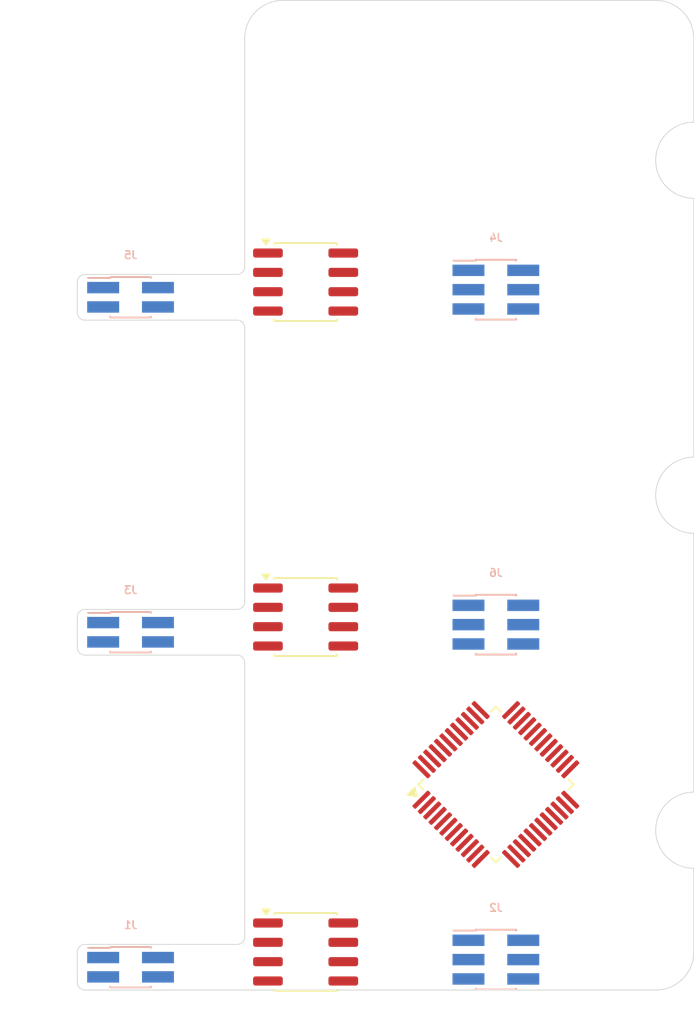
<source format=kicad_pcb>
(kicad_pcb (version 20241229) (generator "pcbnew") (generator_version "9.0")
  (layers (0 "F.Cu" signal) (4 "In1.Cu" power) (6 "In2.Cu" power) (2 "B.Cu" signal) (13 "F.Paste" user) (15 "B.Paste" user) (5 "F.SilkS" user "F.Silkscreen") (7 "B.SilkS" user "B.Silkscreen") (1 "F.Mask" user) (3 "B.Mask" user) (25 "Edge.Cuts" user))
  (net 0 "")
  (net 34 "Net-(U4-VSS-Pad23)")
  (footprint "Package_SO:SOIC-8_3.9x4.9mm_P1.27mm" (layer "F.Cu") (at 74.5 58)
    (property "Reference" "REF**" (hide yes))
    (property "Value" "SOIC-8_3.9x4.9mm_P1.27mm")
    (fp_line (start -2.06 -2.56) (end 2.06 -2.56) (stroke (width 0.12)) (layer "F.SilkS"))
    (fp_line (start -2.06 -2.465) (end -2.06 -2.56) (stroke (width 0.12)) (layer "F.SilkS"))
    (fp_line (start -2.06 2.56) (end -2.06 2.465) (stroke (width 0.12)) (layer "F.SilkS"))
    (fp_line (start 2.06 -2.56) (end 2.06 -2.465) (stroke (width 0.12)) (layer "F.SilkS"))
    (fp_line (start 2.06 2.465) (end 2.06 2.56) (stroke (width 0.12)) (layer "F.SilkS"))
    (fp_line (start 2.06 2.56) (end -2.06 2.56) (stroke (width 0.12)) (layer "F.SilkS"))
    (fp_poly (pts (xy -2.6 -2.47) (xy -2.84 -2.8) (xy -2.36 -2.8)) (stroke (width 0.12)) (fill yes) (layer "F.SilkS"))
    (pad "1" smd roundrect (at -2.475 -1.905) (size 1.95 0.6) (layers "F.Cu" "F.Mask" "F.Paste"))
    (pad "2" smd roundrect (at -2.475 -0.635) (size 1.95 0.6) (layers "F.Cu" "F.Mask" "F.Paste"))
    (pad "3" smd roundrect (at -2.475 0.635) (size 1.95 0.6) (layers "F.Cu" "F.Mask" "F.Paste"))
    (pad "4" smd roundrect (at -2.475 1.905) (size 1.95 0.6) (layers "F.Cu" "F.Mask" "F.Paste"))
    (pad "5" smd roundrect (at 2.475 1.905) (size 1.95 0.6) (layers "F.Cu" "F.Mask" "F.Paste"))
    (pad "6" smd roundrect (at 2.475 0.635) (size 1.95 0.6) (layers "F.Cu" "F.Mask" "F.Paste"))
    (pad "7" smd roundrect (at 2.475 -0.635) (size 1.95 0.6) (layers "F.Cu" "F.Mask" "F.Paste"))
    (pad "8" smd roundrect (at 2.475 -1.905) (size 1.95 0.6) (layers "F.Cu" "F.Mask" "F.Paste"))
  )
  (footprint "Package_SO:SOIC-8_3.9x4.9mm_P1.27mm" (layer "F.Cu") (at 74.5 36)
    (property "Reference" "REF**" (hide yes))
    (property "Value" "SOIC-8_3.9x4.9mm_P1.27mm")
    (fp_line (start -2.06 -2.56) (end 2.06 -2.56) (stroke (width 0.12)) (layer "F.SilkS"))
    (fp_line (start -2.06 -2.465) (end -2.06 -2.56) (stroke (width 0.12)) (layer "F.SilkS"))
    (fp_line (start -2.06 2.56) (end -2.06 2.465) (stroke (width 0.12)) (layer "F.SilkS"))
    (fp_line (start 2.06 -2.56) (end 2.06 -2.465) (stroke (width 0.12)) (layer "F.SilkS"))
    (fp_line (start 2.06 2.465) (end 2.06 2.56) (stroke (width 0.12)) (layer "F.SilkS"))
    (fp_line (start 2.06 2.56) (end -2.06 2.56) (stroke (width 0.12)) (layer "F.SilkS"))
    (fp_poly (pts (xy -2.6 -2.47) (xy -2.84 -2.8) (xy -2.36 -2.8)) (stroke (width 0.12)) (fill yes) (layer "F.SilkS"))
    (pad "1" smd roundrect (at -2.475 -1.905) (size 1.95 0.6) (layers "F.Cu" "F.Mask" "F.Paste"))
    (pad "2" smd roundrect (at -2.475 -0.635) (size 1.95 0.6) (layers "F.Cu" "F.Mask" "F.Paste"))
    (pad "3" smd roundrect (at -2.475 0.635) (size 1.95 0.6) (layers "F.Cu" "F.Mask" "F.Paste"))
    (pad "4" smd roundrect (at -2.475 1.905) (size 1.95 0.6) (layers "F.Cu" "F.Mask" "F.Paste"))
    (pad "5" smd roundrect (at 2.475 1.905) (size 1.95 0.6) (layers "F.Cu" "F.Mask" "F.Paste"))
    (pad "6" smd roundrect (at 2.475 0.635) (size 1.95 0.6) (layers "F.Cu" "F.Mask" "F.Paste"))
    (pad "7" smd roundrect (at 2.475 -0.635) (size 1.95 0.6) (layers "F.Cu" "F.Mask" "F.Paste"))
    (pad "8" smd roundrect (at 2.475 -1.905) (size 1.95 0.6) (layers "F.Cu" "F.Mask" "F.Paste"))
  )
  (footprint "Package_QFP:LQFP-48_7x7mm_P0.5mm" (layer "F.Cu") (at 87 69 45)
    (property "Reference" "U4" (hide yes))
    (property "Value" "STM32G431C6Tx")
    (fp_line (start -3.61 -3.61) (end -3.16 -3.61) (stroke (width 0.12)) (layer "F.SilkS"))
    (fp_line (start -3.61 -3.16) (end -3.61 -3.61) (stroke (width 0.12)) (layer "F.SilkS"))
    (fp_line (start 3.16 -3.61) (end 3.61 -3.61) (stroke (width 0.12)) (layer "F.SilkS"))
    (fp_line (start 3.61 -3.61) (end 3.61 -3.16) (stroke (width 0.12)) (layer "F.SilkS"))
    (fp_line (start -3.61 3.61) (end -3.61 3.16) (stroke (width 0.12)) (layer "F.SilkS"))
    (fp_line (start -3.16 3.61) (end -3.61 3.61) (stroke (width 0.12)) (layer "F.SilkS"))
    (fp_line (start 3.61 3.16) (end 3.61 3.61) (stroke (width 0.12)) (layer "F.SilkS"))
    (fp_line (start 3.61 3.61) (end 3.16 3.61) (stroke (width 0.12)) (layer "F.SilkS"))
    (fp_poly (pts (xy -4.25 -3.16) (xy -4.590001 -3.63) (xy -3.91 -3.63)) (stroke (width 0.12)) (fill yes) (layer "F.SilkS"))
    (pad "1" smd roundrect (at -4.1625 -2.75 45) (size 1.475 0.3) (layers "F.Cu" "F.Mask" "F.Paste"))
    (pad "2" smd roundrect (at -4.1625 -2.25 45) (size 1.475 0.3) (layers "F.Cu" "F.Mask" "F.Paste"))
    (pad "3" smd roundrect (at -4.1625 -1.75 45) (size 1.475 0.3) (layers "F.Cu" "F.Mask" "F.Paste"))
    (pad "4" smd roundrect (at -4.1625 -1.249999 45) (size 1.475 0.3) (layers "F.Cu" "F.Mask" "F.Paste"))
    (pad "5" smd roundrect (at -4.1625 -0.75 45) (size 1.475 0.3) (layers "F.Cu" "F.Mask" "F.Paste"))
    (pad "6" smd roundrect (at -4.1625 -0.25 45) (size 1.475 0.3) (layers "F.Cu" "F.Mask" "F.Paste"))
    (pad "7" smd roundrect (at -4.1625 0.25 45) (size 1.475 0.3) (layers "F.Cu" "F.Mask" "F.Paste"))
    (pad "8" smd roundrect (at -4.1625 0.75 45) (size 1.475 0.3) (layers "F.Cu" "F.Mask" "F.Paste"))
    (pad "9" smd roundrect (at -4.1625 1.249999 45) (size 1.475 0.3) (layers "F.Cu" "F.Mask" "F.Paste"))
    (pad "10" smd roundrect (at -4.1625 1.75 45) (size 1.475 0.3) (layers "F.Cu" "F.Mask" "F.Paste"))
    (pad "11" smd roundrect (at -4.1625 2.25 45) (size 1.475 0.3) (layers "F.Cu" "F.Mask" "F.Paste"))
    (pad "12" smd roundrect (at -4.1625 2.75 45) (size 1.475 0.3) (layers "F.Cu" "F.Mask" "F.Paste"))
    (pad "13" smd roundrect (at -2.75 4.1625 45) (size 0.3 1.475) (layers "F.Cu" "F.Mask" "F.Paste"))
    (pad "14" smd roundrect (at -2.25 4.1625 45) (size 0.3 1.475) (layers "F.Cu" "F.Mask" "F.Paste"))
    (pad "15" smd roundrect (at -1.75 4.1625 45) (size 0.3 1.475) (layers "F.Cu" "F.Mask" "F.Paste"))
    (pad "16" smd roundrect (at -1.249999 4.1625 45) (size 0.3 1.475) (layers "F.Cu" "F.Mask" "F.Paste"))
    (pad "17" smd roundrect (at -0.75 4.1625 45) (size 0.3 1.475) (layers "F.Cu" "F.Mask" "F.Paste"))
    (pad "18" smd roundrect (at -0.25 4.1625 45) (size 0.3 1.475) (layers "F.Cu" "F.Mask" "F.Paste"))
    (pad "19" smd roundrect (at 0.25 4.1625 45) (size 0.3 1.475) (layers "F.Cu" "F.Mask" "F.Paste"))
    (pad "20" smd roundrect (at 0.75 4.1625 45) (size 0.3 1.475) (layers "F.Cu" "F.Mask" "F.Paste"))
    (pad "21" smd roundrect (at 1.249999 4.1625 45) (size 0.3 1.475) (layers "F.Cu" "F.Mask" "F.Paste"))
    (pad "22" smd roundrect (at 1.75 4.1625 45) (size 0.3 1.475) (layers "F.Cu" "F.Mask" "F.Paste"))
    (pad "23" smd roundrect (at 2.25 4.1625 45) (size 0.3 1.475) (layers "F.Cu" "F.Mask" "F.Paste") (net 34 "Net-(U4-VSS-Pad23)"))
    (pad "24" smd roundrect (at 2.75 4.1625 45) (size 0.3 1.475) (layers "F.Cu" "F.Mask" "F.Paste"))
    (pad "25" smd roundrect (at 4.1625 2.75 45) (size 1.475 0.3) (layers "F.Cu" "F.Mask" "F.Paste"))
    (pad "26" smd roundrect (at 4.1625 2.25 45) (size 1.475 0.3) (layers "F.Cu" "F.Mask" "F.Paste"))
    (pad "27" smd roundrect (at 4.1625 1.75 45) (size 1.475 0.3) (layers "F.Cu" "F.Mask" "F.Paste"))
    (pad "28" smd roundrect (at 4.1625 1.249999 45) (size 1.475 0.3) (layers "F.Cu" "F.Mask" "F.Paste"))
    (pad "29" smd roundrect (at 4.1625 0.75 45) (size 1.475 0.3) (layers "F.Cu" "F.Mask" "F.Paste"))
    (pad "30" smd roundrect (at 4.1625 0.25 45) (size 1.475 0.3) (layers "F.Cu" "F.Mask" "F.Paste"))
    (pad "31" smd roundrect (at 4.1625 -0.25 45) (size 1.475 0.3) (layers "F.Cu" "F.Mask" "F.Paste"))
    (pad "32" smd roundrect (at 4.1625 -0.75 45) (size 1.475 0.3) (layers "F.Cu" "F.Mask" "F.Paste"))
    (pad "33" smd roundrect (at 4.1625 -1.249999 45) (size 1.475 0.3) (layers "F.Cu" "F.Mask" "F.Paste"))
    (pad "34" smd roundrect (at 4.1625 -1.75 45) (size 1.475 0.3) (layers "F.Cu" "F.Mask" "F.Paste"))
    (pad "35" smd roundrect (at 4.1625 -2.25 45) (size 1.475 0.3) (layers "F.Cu" "F.Mask" "F.Paste") (net 34 "Net-(U4-VSS-Pad23)"))
    (pad "36" smd roundrect (at 4.1625 -2.75 45) (size 1.475 0.3) (layers "F.Cu" "F.Mask" "F.Paste"))
    (pad "37" smd roundrect (at 2.75 -4.1625 45) (size 0.3 1.475) (layers "F.Cu" "F.Mask" "F.Paste"))
    (pad "38" smd roundrect (at 2.25 -4.1625 45) (size 0.3 1.475) (layers "F.Cu" "F.Mask" "F.Paste"))
    (pad "39" smd roundrect (at 1.75 -4.1625 45) (size 0.3 1.475) (layers "F.Cu" "F.Mask" "F.Paste"))
    (pad "40" smd roundrect (at 1.249999 -4.1625 45) (size 0.3 1.475) (layers "F.Cu" "F.Mask" "F.Paste"))
    (pad "41" smd roundrect (at 0.75 -4.1625 45) (size 0.3 1.475) (layers "F.Cu" "F.Mask" "F.Paste"))
    (pad "42" smd roundrect (at 0.25 -4.1625 45) (size 0.3 1.475) (layers "F.Cu" "F.Mask" "F.Paste"))
    (pad "43" smd roundrect (at -0.25 -4.1625 45) (size 0.3 1.475) (layers "F.Cu" "F.Mask" "F.Paste"))
    (pad "44" smd roundrect (at -0.75 -4.1625 45) (size 0.3 1.475) (layers "F.Cu" "F.Mask" "F.Paste"))
    (pad "45" smd roundrect (at -1.249999 -4.1625 45) (size 0.3 1.475) (layers "F.Cu" "F.Mask" "F.Paste"))
    (pad "46" smd roundrect (at -1.75 -4.1625 45) (size 0.3 1.475) (layers "F.Cu" "F.Mask" "F.Paste"))
    (pad "47" smd roundrect (at -2.25 -4.1625 45) (size 0.3 1.475) (layers "F.Cu" "F.Mask" "F.Paste") (net 34 "Net-(U4-VSS-Pad23)"))
    (pad "48" smd roundrect (at -2.75 -4.1625 45) (size 0.3 1.475) (layers "F.Cu" "F.Mask" "F.Paste"))
  )
  (footprint "Package_SO:SOIC-8_3.9x4.9mm_P1.27mm" (layer "F.Cu") (at 74.5 80)
    (property "Reference" "REF**" (hide yes))
    (property "Value" "SOIC-8_3.9x4.9mm_P1.27mm")
    (fp_line (start -2.06 -2.56) (end 2.06 -2.56) (stroke (width 0.12)) (layer "F.SilkS"))
    (fp_line (start -2.06 -2.465) (end -2.06 -2.56) (stroke (width 0.12)) (layer "F.SilkS"))
    (fp_line (start -2.06 2.56) (end -2.06 2.465) (stroke (width 0.12)) (layer "F.SilkS"))
    (fp_line (start 2.06 -2.56) (end 2.06 -2.465) (stroke (width 0.12)) (layer "F.SilkS"))
    (fp_line (start 2.06 2.465) (end 2.06 2.56) (stroke (width 0.12)) (layer "F.SilkS"))
    (fp_line (start 2.06 2.56) (end -2.06 2.56) (stroke (width 0.12)) (layer "F.SilkS"))
    (fp_poly (pts (xy -2.6 -2.47) (xy -2.84 -2.8) (xy -2.36 -2.8)) (stroke (width 0.12)) (fill yes) (layer "F.SilkS"))
    (pad "1" smd roundrect (at -2.475 -1.905) (size 1.95 0.6) (layers "F.Cu" "F.Mask" "F.Paste"))
    (pad "2" smd roundrect (at -2.475 -0.635) (size 1.95 0.6) (layers "F.Cu" "F.Mask" "F.Paste"))
    (pad "3" smd roundrect (at -2.475 0.635) (size 1.95 0.6) (layers "F.Cu" "F.Mask" "F.Paste"))
    (pad "4" smd roundrect (at -2.475 1.905) (size 1.95 0.6) (layers "F.Cu" "F.Mask" "F.Paste"))
    (pad "5" smd roundrect (at 2.475 1.905) (size 1.95 0.6) (layers "F.Cu" "F.Mask" "F.Paste"))
    (pad "6" smd roundrect (at 2.475 0.635) (size 1.95 0.6) (layers "F.Cu" "F.Mask" "F.Paste"))
    (pad "7" smd roundrect (at 2.475 -0.635) (size 1.95 0.6) (layers "F.Cu" "F.Mask" "F.Paste"))
    (pad "8" smd roundrect (at 2.475 -1.905) (size 1.95 0.6) (layers "F.Cu" "F.Mask" "F.Paste"))
  )
  (footprint "Connector_PinSocket_1.27mm:PinSocket_2x02_P1.27mm_Vertical_SMD" (layer "B.Cu") (at 63 81 180)
    (property "Reference" "J1" (at 0 2.77 0) (layer "B.SilkS") (effects (font (size 0.5 0.5) (thickness 0.1)) (justify mirror)))
    (property "Value" "Conn_02x02_Odd_Even")
    (fp_line (start 1.33 1.33) (end 1.33 1.27) (stroke (width 0.12)) (layer "B.SilkS"))
    (fp_line (start 1.33 1.27) (end 2.79 1.27) (stroke (width 0.12)) (layer "B.SilkS"))
    (fp_line (start 1.33 -1.27) (end 1.33 -1.33) (stroke (width 0.12)) (layer "B.SilkS"))
    (fp_line (start -1.33 1.33) (end 1.33 1.33) (stroke (width 0.12)) (layer "B.SilkS"))
    (fp_line (start -1.33 1.33) (end -1.33 1.27) (stroke (width 0.12)) (layer "B.SilkS"))
    (fp_line (start -1.33 -1.27) (end -1.33 -1.33) (stroke (width 0.12)) (layer "B.SilkS"))
    (fp_line (start -1.33 -1.33) (end 1.33 -1.33) (stroke (width 0.12)) (layer "B.SilkS"))
    (pad "1" smd rect (at 1.8 0.635 180) (size 2.1 0.75) (layers "B.Cu" "B.Mask" "B.Paste"))
    (pad "2" smd rect (at -1.8 0.635 180) (size 2.1 0.75) (layers "B.Cu" "B.Mask" "B.Paste"))
    (pad "3" smd rect (at 1.8 -0.635 180) (size 2.1 0.75) (layers "B.Cu" "B.Mask" "B.Paste"))
    (pad "4" smd rect (at -1.8 -0.635 180) (size 2.1 0.75) (layers "B.Cu" "B.Mask" "B.Paste"))
  )
  (footprint "Connector_PinSocket_1.27mm:PinSocket_2x02_P1.27mm_Vertical_SMD" (layer "B.Cu") (at 63 37 180)
    (property "Reference" "J5" (at 0 2.77 0) (layer "B.SilkS") (effects (font (size 0.5 0.5) (thickness 0.1)) (justify mirror)))
    (property "Value" "Conn_02x02_Odd_Even")
    (fp_line (start 1.33 1.33) (end 1.33 1.27) (stroke (width 0.12)) (layer "B.SilkS"))
    (fp_line (start 1.33 1.27) (end 2.79 1.27) (stroke (width 0.12)) (layer "B.SilkS"))
    (fp_line (start 1.33 -1.27) (end 1.33 -1.33) (stroke (width 0.12)) (layer "B.SilkS"))
    (fp_line (start -1.33 1.33) (end 1.33 1.33) (stroke (width 0.12)) (layer "B.SilkS"))
    (fp_line (start -1.33 1.33) (end -1.33 1.27) (stroke (width 0.12)) (layer "B.SilkS"))
    (fp_line (start -1.33 -1.27) (end -1.33 -1.33) (stroke (width 0.12)) (layer "B.SilkS"))
    (fp_line (start -1.33 -1.33) (end 1.33 -1.33) (stroke (width 0.12)) (layer "B.SilkS"))
    (pad "1" smd rect (at 1.8 0.635 180) (size 2.1 0.75) (layers "B.Cu" "B.Mask" "B.Paste"))
    (pad "2" smd rect (at -1.8 0.635 180) (size 2.1 0.75) (layers "B.Cu" "B.Mask" "B.Paste"))
    (pad "3" smd rect (at 1.8 -0.635 180) (size 2.1 0.75) (layers "B.Cu" "B.Mask" "B.Paste"))
    (pad "4" smd rect (at -1.8 -0.635 180) (size 2.1 0.75) (layers "B.Cu" "B.Mask" "B.Paste"))
  )
  (footprint "Connector_PinSocket_1.27mm:PinSocket_2x03_P1.27mm_Vertical_SMD" (layer "B.Cu") (at 87 36.5 180)
    (property "Reference" "J4" (at 0 3.405 0) (layer "B.SilkS") (effects (font (size 0.5 0.5) (thickness 0.1)) (justify mirror)))
    (property "Value" "Conn_02x03_Odd_Even")
    (fp_line (start 1.33 1.965) (end 1.33 1.905) (stroke (width 0.12)) (layer "B.SilkS"))
    (fp_line (start 1.33 1.905) (end 2.79 1.905) (stroke (width 0.12)) (layer "B.SilkS"))
    (fp_line (start 1.33 -1.905) (end 1.33 -1.965) (stroke (width 0.12)) (layer "B.SilkS"))
    (fp_line (start -1.33 1.965) (end 1.33 1.965) (stroke (width 0.12)) (layer "B.SilkS"))
    (fp_line (start -1.33 1.965) (end -1.33 1.905) (stroke (width 0.12)) (layer "B.SilkS"))
    (fp_line (start -1.33 -1.905) (end -1.33 -1.965) (stroke (width 0.12)) (layer "B.SilkS"))
    (fp_line (start -1.33 -1.965) (end 1.33 -1.965) (stroke (width 0.12)) (layer "B.SilkS"))
    (pad "1" smd rect (at 1.8 1.27 180) (size 2.1 0.75) (layers "B.Cu" "B.Mask" "B.Paste"))
    (pad "2" smd rect (at -1.8 1.27 180) (size 2.1 0.75) (layers "B.Cu" "B.Mask" "B.Paste"))
    (pad "3" smd rect (at 1.8 0 180) (size 2.1 0.75) (layers "B.Cu" "B.Mask" "B.Paste"))
    (pad "4" smd rect (at -1.8 0 180) (size 2.1 0.75) (layers "B.Cu" "B.Mask" "B.Paste"))
    (pad "5" smd rect (at 1.8 -1.27 180) (size 2.1 0.75) (layers "B.Cu" "B.Mask" "B.Paste"))
    (pad "6" smd rect (at -1.8 -1.27 180) (size 2.1 0.75) (layers "B.Cu" "B.Mask" "B.Paste"))
  )
  (footprint "Connector_PinSocket_1.27mm:PinSocket_2x03_P1.27mm_Vertical_SMD" (layer "B.Cu") (at 87 58.5 180)
    (property "Reference" "J6" (at 0 3.405 0) (layer "B.SilkS") (effects (font (size 0.5 0.5) (thickness 0.1)) (justify mirror)))
    (property "Value" "Conn_02x03_Odd_Even")
    (fp_line (start 1.33 1.965) (end 1.33 1.905) (stroke (width 0.12)) (layer "B.SilkS"))
    (fp_line (start 1.33 1.905) (end 2.79 1.905) (stroke (width 0.12)) (layer "B.SilkS"))
    (fp_line (start 1.33 -1.905) (end 1.33 -1.965) (stroke (width 0.12)) (layer "B.SilkS"))
    (fp_line (start -1.33 1.965) (end 1.33 1.965) (stroke (width 0.12)) (layer "B.SilkS"))
    (fp_line (start -1.33 1.965) (end -1.33 1.905) (stroke (width 0.12)) (layer "B.SilkS"))
    (fp_line (start -1.33 -1.905) (end -1.33 -1.965) (stroke (width 0.12)) (layer "B.SilkS"))
    (fp_line (start -1.33 -1.965) (end 1.33 -1.965) (stroke (width 0.12)) (layer "B.SilkS"))
    (pad "1" smd rect (at 1.8 1.27 180) (size 2.1 0.75) (layers "B.Cu" "B.Mask" "B.Paste"))
    (pad "2" smd rect (at -1.8 1.27 180) (size 2.1 0.75) (layers "B.Cu" "B.Mask" "B.Paste"))
    (pad "3" smd rect (at 1.8 0 180) (size 2.1 0.75) (layers "B.Cu" "B.Mask" "B.Paste"))
    (pad "4" smd rect (at -1.8 0 180) (size 2.1 0.75) (layers "B.Cu" "B.Mask" "B.Paste"))
    (pad "5" smd rect (at 1.8 -1.27 180) (size 2.1 0.75) (layers "B.Cu" "B.Mask" "B.Paste"))
    (pad "6" smd rect (at -1.8 -1.27 180) (size 2.1 0.75) (layers "B.Cu" "B.Mask" "B.Paste"))
  )
  (footprint "Connector_PinSocket_1.27mm:PinSocket_2x03_P1.27mm_Vertical_SMD" (layer "B.Cu") (at 87 80.5 180)
    (property "Reference" "J2" (at 0 3.405 0) (layer "B.SilkS") (effects (font (size 0.5 0.5) (thickness 0.1)) (justify mirror)))
    (property "Value" "Conn_02x03_Odd_Even")
    (fp_line (start 1.33 1.965) (end 1.33 1.905) (stroke (width 0.12)) (layer "B.SilkS"))
    (fp_line (start 1.33 1.905) (end 2.79 1.905) (stroke (width 0.12)) (layer "B.SilkS"))
    (fp_line (start 1.33 -1.905) (end 1.33 -1.965) (stroke (width 0.12)) (layer "B.SilkS"))
    (fp_line (start -1.33 1.965) (end 1.33 1.965) (stroke (width 0.12)) (layer "B.SilkS"))
    (fp_line (start -1.33 1.965) (end -1.33 1.905) (stroke (width 0.12)) (layer "B.SilkS"))
    (fp_line (start -1.33 -1.905) (end -1.33 -1.965) (stroke (width 0.12)) (layer "B.SilkS"))
    (fp_line (start -1.33 -1.965) (end 1.33 -1.965) (stroke (width 0.12)) (layer "B.SilkS"))
    (pad "1" smd rect (at 1.8 1.27 180) (size 2.1 0.75) (layers "B.Cu" "B.Mask" "B.Paste"))
    (pad "2" smd rect (at -1.8 1.27 180) (size 2.1 0.75) (layers "B.Cu" "B.Mask" "B.Paste"))
    (pad "3" smd rect (at 1.8 0 180) (size 2.1 0.75) (layers "B.Cu" "B.Mask" "B.Paste"))
    (pad "4" smd rect (at -1.8 0 180) (size 2.1 0.75) (layers "B.Cu" "B.Mask" "B.Paste"))
    (pad "5" smd rect (at 1.8 -1.27 180) (size 2.1 0.75) (layers "B.Cu" "B.Mask" "B.Paste"))
    (pad "6" smd rect (at -1.8 -1.27 180) (size 2.1 0.75) (layers "B.Cu" "B.Mask" "B.Paste"))
  )
  (footprint "Connector_PinSocket_1.27mm:PinSocket_2x02_P1.27mm_Vertical_SMD" (layer "B.Cu") (at 63 59 180)
    (property "Reference" "J3" (at 0 2.77 0) (layer "B.SilkS") (effects (font (size 0.5 0.5) (thickness 0.1)) (justify mirror)))
    (property "Value" "Conn_02x02_Odd_Even")
    (fp_line (start 1.33 1.33) (end 1.33 1.27) (stroke (width 0.12)) (layer "B.SilkS"))
    (fp_line (start 1.33 1.27) (end 2.79 1.27) (stroke (width 0.12)) (layer "B.SilkS"))
    (fp_line (start 1.33 -1.27) (end 1.33 -1.33) (stroke (width 0.12)) (layer "B.SilkS"))
    (fp_line (start -1.33 1.33) (end 1.33 1.33) (stroke (width 0.12)) (layer "B.SilkS"))
    (fp_line (start -1.33 1.33) (end -1.33 1.27) (stroke (width 0.12)) (layer "B.SilkS"))
    (fp_line (start -1.33 -1.27) (end -1.33 -1.33) (stroke (width 0.12)) (layer "B.SilkS"))
    (fp_line (start -1.33 -1.33) (end 1.33 -1.33) (stroke (width 0.12)) (layer "B.SilkS"))
    (pad "1" smd rect (at 1.8 0.635 180) (size 2.1 0.75) (layers "B.Cu" "B.Mask" "B.Paste"))
    (pad "2" smd rect (at -1.8 0.635 180) (size 2.1 0.75) (layers "B.Cu" "B.Mask" "B.Paste"))
    (pad "3" smd rect (at 1.8 -0.635 180) (size 2.1 0.75) (layers "B.Cu" "B.Mask" "B.Paste"))
    (pad "4" smd rect (at -1.8 -0.635 180) (size 2.1 0.75) (layers "B.Cu" "B.Mask" "B.Paste"))
  )
  (gr_line (start 59.5 80) (end 59.5 82) (stroke (width 0.05)) (layer "Edge.Cuts"))
  (gr_arc (start 70.5 35) (mid 70.353553 35.353553) (end 70 35.5) (stroke (width 0.05)) (layer "Edge.Cuts"))
  (gr_line (start 70.5 61) (end 70.5 79) (stroke (width 0.05)) (layer "Edge.Cuts"))
  (gr_arc (start 97.5 17.5) (mid 99.267767 18.232233) (end 100 20) (stroke (width 0.05)) (layer "Edge.Cuts"))
  (gr_arc (start 60 60.5) (mid 59.646447 60.353553) (end 59.5 60) (stroke (width 0.05)) (layer "Edge.Cuts"))
  (gr_arc (start 70 60.5) (mid 70.353553 60.646447) (end 70.5 61) (stroke (width 0.05)) (layer "Edge.Cuts"))
  (gr_arc (start 59.5 36) (mid 59.646447 35.646447) (end 60 35.5) (stroke (width 0.05)) (layer "Edge.Cuts"))
  (gr_line (start 70.5 35) (end 70.5 20) (stroke (width 0.05)) (layer "Edge.Cuts"))
  (gr_arc (start 100 80) (mid 99.267767 81.767767) (end 97.5 82.5) (stroke (width 0.05)) (layer "Edge.Cuts"))
  (gr_arc (start 100 30.5) (mid 97.5 28) (end 100 25.5) (stroke (width 0.05)) (layer "Edge.Cuts"))
  (gr_line (start 100 52.5) (end 100 69.5) (stroke (width 0.05)) (layer "Edge.Cuts"))
  (gr_arc (start 70.5 57) (mid 70.353553 57.353553) (end 70 57.5) (stroke (width 0.05)) (layer "Edge.Cuts"))
  (gr_line (start 60 35.5) (end 70 35.5) (stroke (width 0.05)) (layer "Edge.Cuts"))
  (gr_line (start 100 30.5) (end 100 47.5) (stroke (width 0.05)) (layer "Edge.Cuts"))
  (gr_arc (start 70.5 20) (mid 71.232233 18.232233) (end 73 17.5) (stroke (width 0.05)) (layer "Edge.Cuts"))
  (gr_line (start 70 79.5) (end 60 79.5) (stroke (width 0.05)) (layer "Edge.Cuts"))
  (gr_line (start 70 57.5) (end 60 57.5) (stroke (width 0.05)) (layer "Edge.Cuts"))
  (gr_line (start 70.5 39) (end 70.5 57) (stroke (width 0.05)) (layer "Edge.Cuts"))
  (gr_line (start 60 60.5) (end 70 60.5) (stroke (width 0.05)) (layer "Edge.Cuts"))
  (gr_arc (start 59.5 80) (mid 59.646447 79.646447) (end 60 79.5) (stroke (width 0.05)) (layer "Edge.Cuts"))
  (gr_arc (start 100 52.5) (mid 97.5 50) (end 100 47.5) (stroke (width 0.05)) (layer "Edge.Cuts"))
  (gr_line (start 60 38.5) (end 70 38.5) (stroke (width 0.05)) (layer "Edge.Cuts"))
  (gr_arc (start 59.5 58) (mid 59.646447 57.646447) (end 60 57.5) (stroke (width 0.05)) (layer "Edge.Cuts"))
  (gr_line (start 100 74.5) (end 100 80) (stroke (width 0.05)) (layer "Edge.Cuts"))
  (gr_arc (start 70.5 79) (mid 70.353553 79.353553) (end 70 79.5) (stroke (width 0.05)) (layer "Edge.Cuts"))
  (gr_arc (start 70 38.5) (mid 70.353553 38.646447) (end 70.5 39) (stroke (width 0.05)) (layer "Edge.Cuts"))
  (gr_line (start 59.5 58) (end 59.5 60) (stroke (width 0.05)) (layer "Edge.Cuts"))
  (gr_line (start 100 25.5) (end 100 20) (stroke (width 0.05)) (layer "Edge.Cuts"))
  (gr_line (start 60 82.5) (end 97.5 82.5) (stroke (width 0.05)) (layer "Edge.Cuts"))
  (gr_arc (start 60 82.5) (mid 59.646447 82.353553) (end 59.5 82) (stroke (width 0.05)) (layer "Edge.Cuts"))
  (gr_line (start 59.5 36) (end 59.5 38) (stroke (width 0.05)) (layer "Edge.Cuts"))
  (gr_arc (start 100 74.5) (mid 97.5 72) (end 100 69.5) (stroke (width 0.05)) (layer "Edge.Cuts"))
  (gr_line (start 73 17.5) (end 97.5 17.5) (stroke (width 0.05)) (layer "Edge.Cuts"))
  (gr_arc (start 60 38.5) (mid 59.646447 38.353553) (end 59.5 38) (stroke (width 0.05)) (layer "Edge.Cuts"))
)
</source>
